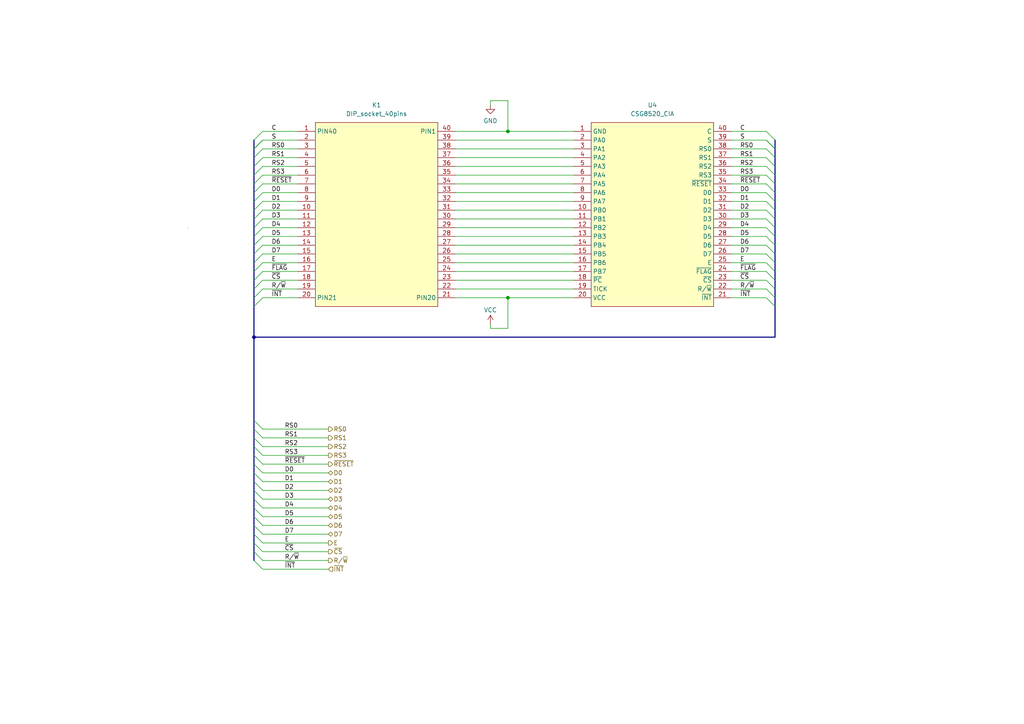
<source format=kicad_sch>
(kicad_sch (version 20250114) (generator "eeschema") (generator_version "9.0")
  (paper "A4")
  (title_block (title "A500-SD-plus-controller") (date "2025-09-26") (rev "1.0") (company "Mathesar"))
  (lib_symbols
    (symbol "Dennis:CSG8520_CIA"
      (property "Reference" "U" (at -0.254 1.27 0))
      (property "Value" "CSG8520_CIA" (at 0.254 3.556 0))
      (symbol "CSG8520_CIA_0_1"
        (rectangle (start -17.78 29.21) (end 17.78 -24.13) (fill (type background)))
      )
      (symbol "CSG8520_CIA_1_1"
        (pin power_in line (at -22.86 26.67 0) (length 5.08) (name "GND") (number "1"))
        (pin bidirectional line (at -22.86 24.13 0) (length 5.08) (name "PA0") (number "2"))
        (pin bidirectional line (at -22.86 21.59 0) (length 5.08) (name "PA1") (number "3"))
        (pin bidirectional line (at -22.86 19.05 0) (length 5.08) (name "PA2") (number "4"))
        (pin bidirectional line (at -22.86 16.51 0) (length 5.08) (name "PA3") (number "5"))
        (pin bidirectional line (at -22.86 13.97 0) (length 5.08) (name "PA4") (number "6"))
        (pin bidirectional line (at -22.86 11.43 0) (length 5.08) (name "PA5") (number "7"))
        (pin bidirectional line (at -22.86 8.89 0) (length 5.08) (name "PA6") (number "8"))
        (pin bidirectional line (at -22.86 6.35 0) (length 5.08) (name "PA7") (number "9"))
        (pin bidirectional line (at -22.86 3.81 0) (length 5.08) (name "PB0") (number "10"))
        (pin bidirectional line (at -22.86 1.27 0) (length 5.08) (name "PB1") (number "11"))
        (pin bidirectional line (at -22.86 -1.27 0) (length 5.08) (name "PB2") (number "12"))
        (pin bidirectional line (at -22.86 -3.81 0) (length 5.08) (name "PB3") (number "13"))
        (pin bidirectional line (at -22.86 -6.35 0) (length 5.08) (name "PB4") (number "14"))
        (pin bidirectional line (at -22.86 -8.89 0) (length 5.08) (name "PB5") (number "15"))
        (pin bidirectional line (at -22.86 -11.43 0) (length 5.08) (name "PB6") (number "16"))
        (pin bidirectional line (at -22.86 -13.97 0) (length 5.08) (name "PB7") (number "17"))
        (pin output line (at -22.86 -16.51 0) (length 5.08) (name "~{PC}") (number "18"))
        (pin input line (at -22.86 -19.05 0) (length 5.08) (name "TICK") (number "19"))
        (pin power_in line (at -22.86 -21.59 0) (length 5.08) (name "VCC") (number "20"))
        (pin bidirectional line (at 22.86 26.67 180) (length 5.08) (name "C") (number "40"))
        (pin bidirectional line (at 22.86 24.13 180) (length 5.08) (name "S") (number "39"))
        (pin input line (at 22.86 21.59 180) (length 5.08) (name "RS0") (number "38"))
        (pin input line (at 22.86 19.05 180) (length 5.08) (name "RS1") (number "37"))
        (pin input line (at 22.86 16.51 180) (length 5.08) (name "RS2") (number "36"))
        (pin input line (at 22.86 13.97 180) (length 5.08) (name "RS3") (number "35"))
        (pin input line (at 22.86 11.43 180) (length 5.08) (name "~{RESET}") (number "34"))
        (pin bidirectional line (at 22.86 8.89 180) (length 5.08) (name "D0") (number "33"))
        (pin bidirectional line (at 22.86 6.35 180) (length 5.08) (name "D1") (number "32"))
        (pin bidirectional line (at 22.86 3.81 180) (length 5.08) (name "D2") (number "31"))
        (pin bidirectional line (at 22.86 1.27 180) (length 5.08) (name "D3") (number "30"))
        (pin bidirectional line (at 22.86 -1.27 180) (length 5.08) (name "D4") (number "29"))
        (pin bidirectional line (at 22.86 -3.81 180) (length 5.08) (name "D5") (number "28"))
        (pin bidirectional line (at 22.86 -6.35 180) (length 5.08) (name "D6") (number "27"))
        (pin bidirectional line (at 22.86 -8.89 180) (length 5.08) (name "D7") (number "26"))
        (pin input line (at 22.86 -11.43 180) (length 5.08) (name "E") (number "25"))
        (pin input line (at 22.86 -13.97 180) (length 5.08) (name "~{FLAG}") (number "24"))
        (pin input line (at 22.86 -16.51 180) (length 5.08) (name "~{CS}") (number "23"))
        (pin input line (at 22.86 -19.05 180) (length 5.08) (name "R/~{W}") (number "22"))
        (pin output line (at 22.86 -21.59 180) (length 5.08) (name "~{INT}") (number "21"))
      )
    )
    (symbol "Dennis:DIP_socket_40pins"
      (property "Reference" "U3" (at 0 34.29 0))
      (property "Value" "DIP_socket_40pins" (at 0 31.75 0))
      (symbol "DIP_socket_40pins_1_1"
        (rectangle (start -17.78 29.21) (end 17.78 -24.13) (fill (type background)))
        (pin input line (at -22.86 26.67 0) (length 5.08) (name "PIN1") (number "40"))
        (pin input line (at -22.86 24.13 0) (length 5.08) (name "") (number "39"))
        (pin input line (at -22.86 21.59 0) (length 5.08) (name "") (number "38"))
        (pin input line (at -22.86 19.05 0) (length 5.08) (name "") (number "37"))
        (pin input line (at -22.86 16.51 0) (length 5.08) (name "") (number "36"))
        (pin input line (at -22.86 13.97 0) (length 5.08) (name "") (number "35"))
        (pin input line (at -22.86 11.43 0) (length 5.08) (name "") (number "34"))
        (pin input line (at -22.86 8.89 0) (length 5.08) (name "") (number "33"))
        (pin input line (at -22.86 6.35 0) (length 5.08) (name "") (number "32"))
        (pin input line (at -22.86 3.81 0) (length 5.08) (name "") (number "31"))
        (pin input line (at -22.86 1.27 0) (length 5.08) (name "") (number "30"))
        (pin input line (at -22.86 -1.27 0) (length 5.08) (name "") (number "29"))
        (pin input line (at -22.86 -3.81 0) (length 5.08) (name "") (number "28"))
        (pin input line (at -22.86 -6.35 0) (length 5.08) (name "") (number "27"))
        (pin input line (at -22.86 -8.89 0) (length 5.08) (name "") (number "26"))
        (pin input line (at -22.86 -11.43 0) (length 5.08) (name "") (number "25"))
        (pin input line (at -22.86 -13.97 0) (length 5.08) (name "") (number "24"))
        (pin input line (at -22.86 -16.51 0) (length 5.08) (name "") (number "23"))
        (pin input line (at -22.86 -19.05 0) (length 5.08) (name "") (number "22"))
        (pin input line (at -22.86 -21.59 0) (length 5.08) (name "PIN20") (number "21"))
        (pin input line (at 22.86 26.67 180) (length 5.08) (name "PIN40") (number "1"))
        (pin input line (at 22.86 24.13 180) (length 5.08) (name "") (number "2"))
        (pin input line (at 22.86 21.59 180) (length 5.08) (name "") (number "3"))
        (pin input line (at 22.86 19.05 180) (length 5.08) (name "") (number "4"))
        (pin input line (at 22.86 16.51 180) (length 5.08) (name "") (number "5"))
        (pin input line (at 22.86 13.97 180) (length 5.08) (name "") (number "6"))
        (pin input line (at 22.86 11.43 180) (length 5.08) (name "") (number "7"))
        (pin input line (at 22.86 8.89 180) (length 5.08) (name "") (number "8"))
        (pin input line (at 22.86 6.35 180) (length 5.08) (name "") (number "9"))
        (pin input line (at 22.86 3.81 180) (length 5.08) (name "") (number "10"))
        (pin input line (at 22.86 1.27 180) (length 5.08) (name "") (number "11"))
        (pin input line (at 22.86 -1.27 180) (length 5.08) (name "") (number "12"))
        (pin input line (at 22.86 -3.81 180) (length 5.08) (name "") (number "13"))
        (pin input line (at 22.86 -6.35 180) (length 5.08) (name "") (number "14"))
        (pin input line (at 22.86 -8.89 180) (length 5.08) (name "") (number "15"))
        (pin input line (at 22.86 -11.43 180) (length 5.08) (name "") (number "16"))
        (pin input line (at 22.86 -13.97 180) (length 5.08) (name "") (number "17"))
        (pin input line (at 22.86 -16.51 180) (length 5.08) (name "") (number "18"))
        (pin input line (at 22.86 -19.05 180) (length 5.08) (name "") (number "19"))
        (pin input line (at 22.86 -21.59 180) (length 5.08) (name "PIN21") (number "20"))
      )
    )
    (symbol "power:GND" (power) (pin_numbers (hide yes)) (pin_names (offset 0) (hide yes))
      (property "Value" "GND" (at 0 -3.81 0))
      (symbol "GND_0_1"
        (polyline (pts (xy 0 0) (xy 0 -1.27) (xy 1.27 -1.27) (xy 0 -2.54) (xy -1.27 -1.27) (xy 0 -1.27)))
      )
      (symbol "GND_1_1"
        (pin power_in line (at 0 0 270) (length 0) (name "~") (number "1"))
      )
    )
    (symbol "power:VCC" (power) (pin_numbers (hide yes)) (pin_names (offset 0) (hide yes))
      (property "Value" "VCC" (at 0 3.556 0))
      (symbol "VCC_0_1"
        (polyline (pts (xy -0.762 1.27) (xy 0 2.54)))
        (polyline (pts (xy 0 2.54) (xy 0.762 1.27)))
        (polyline (pts (xy 0 0) (xy 0 2.54)))
      )
      (symbol "VCC_1_1"
        (pin power_in line (at 0 0 90) (length 0) (name "~") (number "1"))
      )
    )
  )
  (rectangle (start 54.61 66.04) (end 54.61 66.04))
  (junction (at 147.32 38.1))
  (junction (at 73.66 97.79))
  (junction (at 147.32 86.36))
  (bus_entry (at 73.66 157.48) (size 2.54 2.54))
  (bus_entry (at 73.66 78.74) (size 2.54 -2.54))
  (bus_entry (at 73.66 66.04) (size 2.54 -2.54))
  (bus_entry (at 73.66 152.4) (size 2.54 2.54))
  (bus_entry (at 224.79 60.96) (size -2.54 -2.54))
  (bus_entry (at 224.79 88.9) (size -2.54 -2.54))
  (bus_entry (at 224.79 43.18) (size -2.54 -2.54))
  (bus_entry (at 73.66 53.34) (size 2.54 -2.54))
  (bus_entry (at 73.66 45.72) (size 2.54 -2.54))
  (bus_entry (at 73.66 76.2) (size 2.54 -2.54))
  (bus_entry (at 73.66 142.24) (size 2.54 2.54))
  (bus_entry (at 73.66 144.78) (size 2.54 2.54))
  (bus_entry (at 224.79 43.18) (size -2.54 -2.54))
  (bus_entry (at 224.79 40.64) (size -2.54 -2.54))
  (bus_entry (at 224.79 71.12) (size -2.54 -2.54))
  (bus_entry (at 73.66 83.82) (size 2.54 -2.54))
  (bus_entry (at 224.79 53.34) (size -2.54 -2.54))
  (bus_entry (at 73.66 86.36) (size 2.54 -2.54))
  (bus_entry (at 73.66 68.58) (size 2.54 -2.54))
  (bus_entry (at 73.66 121.92) (size 2.54 2.54))
  (bus_entry (at 224.79 63.5) (size -2.54 -2.54))
  (bus_entry (at 73.66 154.94) (size 2.54 2.54))
  (bus_entry (at 73.66 162.56) (size 2.54 2.54))
  (bus_entry (at 73.66 147.32) (size 2.54 2.54))
  (bus_entry (at 73.66 137.16) (size 2.54 2.54))
  (bus_entry (at 73.66 40.64) (size 2.54 -2.54))
  (bus_entry (at 224.79 76.2) (size -2.54 -2.54))
  (bus_entry (at 73.66 43.18) (size 2.54 -2.54))
  (bus_entry (at 73.66 134.62) (size 2.54 2.54))
  (bus_entry (at 73.66 88.9) (size 2.54 -2.54))
  (bus_entry (at 73.66 160.02) (size 2.54 2.54))
  (bus_entry (at 73.66 48.26) (size 2.54 -2.54))
  (bus_entry (at 73.66 124.46) (size 2.54 2.54))
  (bus_entry (at 224.79 73.66) (size -2.54 -2.54))
  (bus_entry (at 73.66 63.5) (size 2.54 -2.54))
  (bus_entry (at 224.79 86.36) (size -2.54 -2.54))
  (bus_entry (at 224.79 58.42) (size -2.54 -2.54))
  (bus_entry (at 73.66 71.12) (size 2.54 -2.54))
  (bus_entry (at 73.66 50.8) (size 2.54 -2.54))
  (bus_entry (at 73.66 149.86) (size 2.54 2.54))
  (bus_entry (at 73.66 132.08) (size 2.54 2.54))
  (bus_entry (at 224.79 81.28) (size -2.54 -2.54))
  (bus_entry (at 73.66 81.28) (size 2.54 -2.54))
  (bus_entry (at 224.79 45.72) (size -2.54 -2.54))
  (bus_entry (at 224.79 83.82) (size -2.54 -2.54))
  (bus_entry (at 73.66 139.7) (size 2.54 2.54))
  (bus_entry (at 224.79 50.8) (size -2.54 -2.54))
  (bus_entry (at 224.79 48.26) (size -2.54 -2.54))
  (bus_entry (at 73.66 73.66) (size 2.54 -2.54))
  (bus_entry (at 73.66 129.54) (size 2.54 2.54))
  (bus_entry (at 73.66 43.18) (size 2.54 -2.54))
  (bus_entry (at 224.79 55.88) (size -2.54 -2.54))
  (bus_entry (at 224.79 78.74) (size -2.54 -2.54))
  (bus_entry (at 224.79 66.04) (size -2.54 -2.54))
  (bus_entry (at 73.66 58.42) (size 2.54 -2.54))
  (bus_entry (at 73.66 55.88) (size 2.54 -2.54))
  (bus_entry (at 73.66 60.96) (size 2.54 -2.54))
  (bus_entry (at 224.79 68.58) (size -2.54 -2.54))
  (bus_entry (at 73.66 127) (size 2.54 2.54))
  (wire (pts (xy 76.2 68.58) (xy 86.36 68.58)))
  (wire (pts (xy 76.2 43.18) (xy 86.36 43.18)))
  (bus (pts (xy 224.79 58.42) (xy 224.79 55.88)))
  (wire (pts (xy 76.2 60.96) (xy 86.36 60.96)))
  (bus (pts (xy 73.66 71.12) (xy 73.66 73.66)))
  (bus (pts (xy 224.79 71.12) (xy 224.79 68.58)))
  (wire (pts (xy 222.25 58.42) (xy 212.09 58.42)))
  (wire (pts (xy 76.2 71.12) (xy 86.36 71.12)))
  (bus (pts (xy 224.79 66.04) (xy 224.79 63.5)))
  (bus (pts (xy 224.79 86.36) (xy 224.79 83.82)))
  (bus (pts (xy 73.66 157.48) (xy 73.66 160.02)))
  (wire (pts (xy 222.25 40.64) (xy 212.09 40.64)))
  (wire (pts (xy 147.32 86.36) (xy 147.32 95.25)))
  (wire (pts (xy 222.25 66.04) (xy 212.09 66.04)))
  (wire (pts (xy 222.25 76.2) (xy 212.09 76.2)))
  (wire (pts (xy 222.25 63.5) (xy 212.09 63.5)))
  (wire (pts (xy 222.25 86.36) (xy 212.09 86.36)))
  (wire (pts (xy 132.08 45.72) (xy 166.37 45.72)))
  (bus (pts (xy 73.66 43.18) (xy 73.66 45.72)))
  (bus (pts (xy 73.66 53.34) (xy 73.66 55.88)))
  (bus (pts (xy 73.66 152.4) (xy 73.66 154.94)))
  (bus (pts (xy 73.66 63.5) (xy 73.66 66.04)))
  (wire (pts (xy 132.08 71.12) (xy 166.37 71.12)))
  (wire (pts (xy 76.2 152.4) (xy 95.25 152.4)))
  (wire (pts (xy 222.25 45.72) (xy 212.09 45.72)))
  (bus (pts (xy 73.66 147.32) (xy 73.66 149.86)))
  (wire (pts (xy 76.2 63.5) (xy 86.36 63.5)))
  (wire (pts (xy 76.2 45.72) (xy 86.36 45.72)))
  (bus (pts (xy 73.66 137.16) (xy 73.66 139.7)))
  (wire (pts (xy 76.2 149.86) (xy 95.25 149.86)))
  (wire (pts (xy 76.2 162.56) (xy 95.25 162.56)))
  (wire (pts (xy 166.37 76.2) (xy 132.08 76.2)))
  (bus (pts (xy 73.66 58.42) (xy 73.66 60.96)))
  (wire (pts (xy 132.08 55.88) (xy 166.37 55.88)))
  (bus (pts (xy 224.79 68.58) (xy 224.79 66.04)))
  (bus (pts (xy 73.66 132.08) (xy 73.66 134.62)))
  (bus (pts (xy 73.66 160.02) (xy 73.66 162.56)))
  (bus (pts (xy 73.66 55.88) (xy 73.66 58.42)))
  (bus (pts (xy 224.79 88.9) (xy 224.79 86.36)))
  (bus (pts (xy 224.79 60.96) (xy 224.79 58.42)))
  (bus (pts (xy 73.66 73.66) (xy 73.66 76.2)))
  (wire (pts (xy 222.25 68.58) (xy 212.09 68.58)))
  (bus (pts (xy 73.66 121.92) (xy 73.66 124.46)))
  (wire (pts (xy 76.2 81.28) (xy 86.36 81.28)))
  (wire (pts (xy 222.25 38.1) (xy 212.09 38.1)))
  (bus (pts (xy 224.79 78.74) (xy 224.79 76.2)))
  (wire (pts (xy 222.25 60.96) (xy 212.09 60.96)))
  (wire (pts (xy 76.2 66.04) (xy 86.36 66.04)))
  (bus (pts (xy 73.66 48.26) (xy 73.66 50.8)))
  (bus (pts (xy 224.79 48.26) (xy 224.79 45.72)))
  (wire (pts (xy 76.2 40.64) (xy 86.36 40.64)))
  (wire (pts (xy 222.25 78.74) (xy 212.09 78.74)))
  (wire (pts (xy 76.2 58.42) (xy 86.36 58.42)))
  (wire (pts (xy 222.25 50.8) (xy 212.09 50.8)))
  (wire (pts (xy 142.24 93.98) (xy 142.24 95.25)))
  (wire (pts (xy 76.2 55.88) (xy 86.36 55.88)))
  (bus (pts (xy 73.66 144.78) (xy 73.66 147.32)))
  (wire (pts (xy 76.2 73.66) (xy 86.36 73.66)))
  (wire (pts (xy 132.08 63.5) (xy 166.37 63.5)))
  (wire (pts (xy 76.2 38.1) (xy 86.36 38.1)))
  (bus (pts (xy 73.66 134.62) (xy 73.66 137.16)))
  (wire (pts (xy 76.2 127) (xy 95.25 127)))
  (wire (pts (xy 76.2 137.16) (xy 95.25 137.16)))
  (wire (pts (xy 222.25 53.34) (xy 212.09 53.34)))
  (wire (pts (xy 132.08 60.96) (xy 166.37 60.96)))
  (bus (pts (xy 224.79 83.82) (xy 224.79 81.28)))
  (wire (pts (xy 76.2 53.34) (xy 86.36 53.34)))
  (wire (pts (xy 132.08 50.8) (xy 166.37 50.8)))
  (bus (pts (xy 73.66 127) (xy 73.66 129.54)))
  (bus (pts (xy 73.66 129.54) (xy 73.66 132.08)))
  (wire (pts (xy 76.2 86.36) (xy 86.36 86.36)))
  (wire (pts (xy 76.2 132.08) (xy 95.25 132.08)))
  (wire (pts (xy 76.2 76.2) (xy 86.36 76.2)))
  (bus (pts (xy 224.79 63.5) (xy 224.79 60.96)))
  (bus (pts (xy 73.66 78.74) (xy 73.66 81.28)))
  (bus (pts (xy 224.79 45.72) (xy 224.79 43.18)))
  (wire (pts (xy 76.2 50.8) (xy 86.36 50.8)))
  (bus (pts (xy 73.66 88.9) (xy 73.66 97.79)))
  (wire (pts (xy 147.32 38.1) (xy 132.08 38.1)))
  (wire (pts (xy 142.24 29.21) (xy 147.32 29.21)))
  (wire (pts (xy 166.37 40.64) (xy 132.08 40.64)))
  (wire (pts (xy 76.2 165.1) (xy 95.25 165.1)))
  (bus (pts (xy 73.66 149.86) (xy 73.66 152.4)))
  (bus (pts (xy 224.79 73.66) (xy 224.79 71.12)))
  (bus (pts (xy 73.66 68.58) (xy 73.66 71.12)))
  (wire (pts (xy 166.37 83.82) (xy 132.08 83.82)))
  (bus (pts (xy 73.66 142.24) (xy 73.66 144.78)))
  (bus (pts (xy 73.66 86.36) (xy 73.66 88.9)))
  (bus (pts (xy 224.79 43.18) (xy 224.79 40.64)))
  (wire (pts (xy 132.08 48.26) (xy 166.37 48.26)))
  (wire (pts (xy 222.25 73.66) (xy 212.09 73.66)))
  (wire (pts (xy 76.2 144.78) (xy 95.25 144.78)))
  (bus (pts (xy 73.66 124.46) (xy 73.66 127)))
  (wire (pts (xy 132.08 73.66) (xy 166.37 73.66)))
  (wire (pts (xy 76.2 48.26) (xy 86.36 48.26)))
  (bus (pts (xy 73.66 97.79) (xy 224.79 97.79)))
  (wire (pts (xy 76.2 78.74) (xy 86.36 78.74)))
  (bus (pts (xy 224.79 97.79) (xy 224.79 88.9)))
  (bus (pts (xy 73.66 81.28) (xy 73.66 83.82)))
  (wire (pts (xy 222.25 55.88) (xy 212.09 55.88)))
  (wire (pts (xy 222.25 43.18) (xy 212.09 43.18)))
  (wire (pts (xy 142.24 30.48) (xy 142.24 29.21)))
  (wire (pts (xy 76.2 157.48) (xy 95.25 157.48)))
  (bus (pts (xy 224.79 53.34) (xy 224.79 50.8)))
  (wire (pts (xy 132.08 43.18) (xy 166.37 43.18)))
  (wire (pts (xy 166.37 38.1) (xy 147.32 38.1)))
  (wire (pts (xy 76.2 147.32) (xy 95.25 147.32)))
  (wire (pts (xy 132.08 66.04) (xy 166.37 66.04)))
  (bus (pts (xy 73.66 50.8) (xy 73.66 53.34)))
  (wire (pts (xy 132.08 58.42) (xy 166.37 58.42)))
  (bus (pts (xy 224.79 50.8) (xy 224.79 48.26)))
  (wire (pts (xy 166.37 86.36) (xy 147.32 86.36)))
  (wire (pts (xy 147.32 95.25) (xy 142.24 95.25)))
  (wire (pts (xy 76.2 154.94) (xy 95.25 154.94)))
  (bus (pts (xy 224.79 81.28) (xy 224.79 78.74)))
  (bus (pts (xy 73.66 40.64) (xy 73.66 43.18)))
  (bus (pts (xy 73.66 154.94) (xy 73.66 157.48)))
  (wire (pts (xy 222.25 48.26) (xy 212.09 48.26)))
  (wire (pts (xy 76.2 160.02) (xy 95.25 160.02)))
  (bus (pts (xy 73.66 97.79) (xy 73.66 121.92)))
  (wire (pts (xy 132.08 53.34) (xy 166.37 53.34)))
  (wire (pts (xy 76.2 139.7) (xy 95.25 139.7)))
  (bus (pts (xy 73.66 83.82) (xy 73.66 86.36)))
  (wire (pts (xy 76.2 134.62) (xy 95.25 134.62)))
  (bus (pts (xy 73.66 45.72) (xy 73.66 48.26)))
  (wire (pts (xy 76.2 129.54) (xy 95.25 129.54)))
  (wire (pts (xy 147.32 86.36) (xy 132.08 86.36)))
  (bus (pts (xy 224.79 76.2) (xy 224.79 73.66)))
  (wire (pts (xy 132.08 68.58) (xy 166.37 68.58)))
  (wire (pts (xy 222.25 81.28) (xy 212.09 81.28)))
  (bus (pts (xy 73.66 66.04) (xy 73.66 68.58)))
  (wire (pts (xy 76.2 83.82) (xy 86.36 83.82)))
  (wire (pts (xy 76.2 124.46) (xy 95.25 124.46)))
  (wire (pts (xy 166.37 81.28) (xy 132.08 81.28)))
  (bus (pts (xy 73.66 60.96) (xy 73.66 63.5)))
  (bus (pts (xy 73.66 76.2) (xy 73.66 78.74)))
  (wire (pts (xy 222.25 71.12) (xy 212.09 71.12)))
  (wire (pts (xy 147.32 29.21) (xy 147.32 38.1)))
  (wire (pts (xy 166.37 78.74) (xy 132.08 78.74)))
  (wire (pts (xy 222.25 83.82) (xy 212.09 83.82)))
  (bus (pts (xy 73.66 139.7) (xy 73.66 142.24)))
  (bus (pts (xy 224.79 55.88) (xy 224.79 53.34)))
  (wire (pts (xy 76.2 142.24) (xy 95.25 142.24)))
  (label "~{INT}" (at 82.55 165.1 0))
  (label "RS1" (at 82.55 127 0))
  (label "S" (at 78.74 40.64 0))
  (label "D7" (at 214.63 73.66 0))
  (label "D0" (at 78.74 55.88 0))
  (label "D0" (at 214.63 55.88 0))
  (label "D0" (at 82.55 137.16 0))
  (label "D4" (at 82.55 147.32 0))
  (label "D4" (at 78.74 66.04 0))
  (label "RS2" (at 82.55 129.54 0))
  (label "~{INT}" (at 78.74 86.36 0))
  (label "D7" (at 82.55 154.94 0))
  (label "S" (at 214.63 40.64 0))
  (label "D1" (at 214.63 58.42 0))
  (label "R{slash}~{W}" (at 82.55 162.56 0))
  (label "~{FLAG}" (at 214.63 78.74 0))
  (label "D1" (at 78.74 58.42 0))
  (label "RS0" (at 214.63 43.18 0))
  (label "R{slash}~{W}" (at 78.74 83.82 0))
  (label "D5" (at 214.63 68.58 0))
  (label "D3" (at 82.55 144.78 0))
  (label "~{RESET}" (at 82.55 134.62 0))
  (label "C" (at 78.74 38.1 0))
  (label "~{RESET}" (at 214.63 53.34 0))
  (label "RS3" (at 82.55 132.08 0))
  (label "~{RESET}" (at 78.74 53.34 0))
  (label "~{INT}" (at 214.63 86.36 0))
  (label "D6" (at 78.74 71.12 0))
  (label "E" (at 78.74 76.2 0))
  (label "E" (at 82.55 157.48 0))
  (label "RS1" (at 214.63 45.72 0))
  (label "D2" (at 214.63 60.96 0))
  (label "D6" (at 214.63 71.12 0))
  (label "D1" (at 82.55 139.7 0))
  (label "RS3" (at 78.74 50.8 0))
  (label "D2" (at 78.74 60.96 0))
  (label "D5" (at 78.74 68.58 0))
  (label "D7" (at 78.74 73.66 0))
  (label "RS2" (at 78.74 48.26 0))
  (label "~{CS}" (at 214.63 81.28 0))
  (label "D3" (at 214.63 63.5 0))
  (label "RS3" (at 214.63 50.8 0))
  (label "~{CS}" (at 78.74 81.28 0))
  (label "RS2" (at 214.63 48.26 0))
  (label "C" (at 214.63 38.1 0))
  (label "RS0" (at 78.74 43.18 0))
  (label "D3" (at 78.74 63.5 0))
  (label "~{CS}" (at 82.55 160.02 0))
  (label "D2" (at 82.55 142.24 0))
  (label "~{FLAG}" (at 78.74 78.74 0))
  (label "D6" (at 82.55 152.4 0))
  (label "R{slash}~{W}" (at 214.63 83.82 0))
  (label "E" (at 214.63 76.2 0))
  (label "D4" (at 214.63 66.04 0))
  (label "D5" (at 82.55 149.86 0))
  (label "RS1" (at 78.74 45.72 0))
  (label "RS0" (at 82.55 124.46 0))
  (hierarchical_label "R{slash}~{W}" (shape output) (at 95.25 162.56 0))
  (hierarchical_label "D4" (shape bidirectional) (at 95.25 147.32 0))
  (hierarchical_label "D0" (shape bidirectional) (at 95.25 137.16 0))
  (hierarchical_label "D6" (shape bidirectional) (at 95.25 152.4 0))
  (hierarchical_label "RS2" (shape output) (at 95.25 129.54 0))
  (hierarchical_label "D7" (shape bidirectional) (at 95.25 154.94 0))
  (hierarchical_label "~{CS}" (shape output) (at 95.25 160.02 0))
  (hierarchical_label "RS1" (shape output) (at 95.25 127 0))
  (hierarchical_label "E" (shape output) (at 95.25 157.48 0))
  (hierarchical_label "D5" (shape bidirectional) (at 95.25 149.86 0))
  (hierarchical_label "~{INT}" (shape input) (at 95.25 165.1 0))
  (hierarchical_label "RS0" (shape output) (at 95.25 124.46 0))
  (hierarchical_label "RS3" (shape output) (at 95.25 132.08 0))
  (hierarchical_label "D2" (shape bidirectional) (at 95.25 142.24 0))
  (hierarchical_label "D1" (shape bidirectional) (at 95.25 139.7 0))
  (hierarchical_label "~{RESET}" (shape output) (at 95.25 134.62 0))
  (hierarchical_label "D3" (shape bidirectional) (at 95.25 144.78 0))
  (symbol (lib_id "power:VCC") (at 142.24 93.98 0) (unit 1)
    (property "Reference" "#PWR04" (effects (hide yes)))
    (property "Value" "VCC" (at 142.24 89.916 0))
    (property "Description" "Power symbol creates a global label with name \"VCC\"" (effects (hide yes)))
  )
  (symbol (lib_id "Dennis:CSG8520_CIA") (at 189.23 64.77 0) (unit 1)
    (property "Reference" "U4" (at 189.23 30.48 0))
    (property "Value" "CSG8520_CIA" (at 189.23 33.02 0))
    (property "Footprint" "Package_DIP:DIP-40_W15.24mm" (effects (hide yes)))
    (property "Description" "Amiga Complex Interface Adapter" (effects (hide yes)))
  )
  (symbol (lib_id "power:GND") (at 142.24 30.48 0) (unit 1)
    (property "Reference" "#PWR03" (effects (hide yes)))
    (property "Value" "GND" (at 142.24 35.052 0))
    (property "Description" "Power symbol creates a global label with name \"GND\" , ground" (effects (hide yes)))
  )
  (symbol (lib_id "Dennis:DIP_socket_40pins") (at 109.22 64.77 0) (mirror y) (unit 1)
    (property "Reference" "K1" (at 109.22 30.48 0))
    (property "Value" "DIP_socket_40pins" (at 109.22 33.02 0))
    (property "Footprint" "Package_DIP:DIP-40_W15.24mm" (effects (hide yes)))
  )
)
</source>
